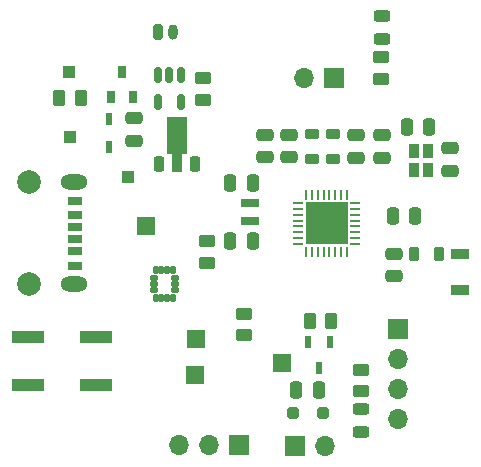
<source format=gbr>
%TF.GenerationSoftware,KiCad,Pcbnew,8.0.3*%
%TF.CreationDate,2025-03-18T19:22:59-05:00*%
%TF.ProjectId,wearable_v2_nrf,77656172-6162-46c6-955f-76325f6e7266,rev?*%
%TF.SameCoordinates,Original*%
%TF.FileFunction,Soldermask,Top*%
%TF.FilePolarity,Negative*%
%FSLAX46Y46*%
G04 Gerber Fmt 4.6, Leading zero omitted, Abs format (unit mm)*
G04 Created by KiCad (PCBNEW 8.0.3) date 2025-03-18 19:22:59*
%MOMM*%
%LPD*%
G01*
G04 APERTURE LIST*
G04 Aperture macros list*
%AMRoundRect*
0 Rectangle with rounded corners*
0 $1 Rounding radius*
0 $2 $3 $4 $5 $6 $7 $8 $9 X,Y pos of 4 corners*
0 Add a 4 corners polygon primitive as box body*
4,1,4,$2,$3,$4,$5,$6,$7,$8,$9,$2,$3,0*
0 Add four circle primitives for the rounded corners*
1,1,$1+$1,$2,$3*
1,1,$1+$1,$4,$5*
1,1,$1+$1,$6,$7*
1,1,$1+$1,$8,$9*
0 Add four rect primitives between the rounded corners*
20,1,$1+$1,$2,$3,$4,$5,0*
20,1,$1+$1,$4,$5,$6,$7,0*
20,1,$1+$1,$6,$7,$8,$9,0*
20,1,$1+$1,$8,$9,$2,$3,0*%
%AMFreePoly0*
4,1,9,3.862500,-0.866500,0.737500,-0.866500,0.737500,-0.450000,-0.737500,-0.450000,-0.737500,0.450000,0.737500,0.450000,0.737500,0.866500,3.862500,0.866500,3.862500,-0.866500,3.862500,-0.866500,$1*%
G04 Aperture macros list end*
%ADD10RoundRect,0.250000X-0.475000X0.250000X-0.475000X-0.250000X0.475000X-0.250000X0.475000X0.250000X0*%
%ADD11R,1.700000X1.700000*%
%ADD12O,1.700000X1.700000*%
%ADD13RoundRect,0.200000X-0.200000X-0.450000X0.200000X-0.450000X0.200000X0.450000X-0.200000X0.450000X0*%
%ADD14O,0.800000X1.300000*%
%ADD15RoundRect,0.250000X0.475000X-0.250000X0.475000X0.250000X-0.475000X0.250000X-0.475000X-0.250000X0*%
%ADD16R,2.750000X1.000000*%
%ADD17RoundRect,0.218750X0.381250X-0.218750X0.381250X0.218750X-0.381250X0.218750X-0.381250X-0.218750X0*%
%ADD18RoundRect,0.250000X-0.262500X-0.450000X0.262500X-0.450000X0.262500X0.450000X-0.262500X0.450000X0*%
%ADD19RoundRect,0.243750X0.456250X-0.243750X0.456250X0.243750X-0.456250X0.243750X-0.456250X-0.243750X0*%
%ADD20RoundRect,0.250000X-0.450000X0.262500X-0.450000X-0.262500X0.450000X-0.262500X0.450000X0.262500X0*%
%ADD21RoundRect,0.243750X-0.456250X0.243750X-0.456250X-0.243750X0.456250X-0.243750X0.456250X0.243750X0*%
%ADD22R,1.500000X1.500000*%
%ADD23R,1.500000X0.800000*%
%ADD24RoundRect,0.218750X-0.381250X0.218750X-0.381250X-0.218750X0.381250X-0.218750X0.381250X0.218750X0*%
%ADD25RoundRect,0.250000X-0.250000X-0.475000X0.250000X-0.475000X0.250000X0.475000X-0.250000X0.475000X0*%
%ADD26RoundRect,0.250000X0.262500X0.450000X-0.262500X0.450000X-0.262500X-0.450000X0.262500X-0.450000X0*%
%ADD27R,0.600000X1.100000*%
%ADD28RoundRect,0.062500X-0.337500X-0.062500X0.337500X-0.062500X0.337500X0.062500X-0.337500X0.062500X0*%
%ADD29RoundRect,0.062500X-0.062500X-0.337500X0.062500X-0.337500X0.062500X0.337500X-0.062500X0.337500X0*%
%ADD30R,3.600000X3.600000*%
%ADD31RoundRect,0.150000X-0.150000X0.512500X-0.150000X-0.512500X0.150000X-0.512500X0.150000X0.512500X0*%
%ADD32R,0.850000X1.200000*%
%ADD33RoundRect,0.250000X0.450000X-0.262500X0.450000X0.262500X-0.450000X0.262500X-0.450000X-0.262500X0*%
%ADD34R,1.200000X0.700000*%
%ADD35R,1.200000X0.760000*%
%ADD36R,1.200000X0.800000*%
%ADD37C,2.010000*%
%ADD38O,2.304000X1.304000*%
%ADD39R,1.000000X1.000000*%
%ADD40RoundRect,0.225000X0.225000X-0.425000X0.225000X0.425000X-0.225000X0.425000X-0.225000X-0.425000X0*%
%ADD41FreePoly0,90.000000*%
%ADD42R,0.500000X1.075000*%
%ADD43RoundRect,0.250000X0.250000X0.475000X-0.250000X0.475000X-0.250000X-0.475000X0.250000X-0.475000X0*%
%ADD44RoundRect,0.102000X-0.125000X0.237500X-0.125000X-0.237500X0.125000X-0.237500X0.125000X0.237500X0*%
%ADD45RoundRect,0.102000X-0.237500X0.125000X-0.237500X-0.125000X0.237500X-0.125000X0.237500X0.125000X0*%
%ADD46R,0.650000X1.100000*%
%ADD47RoundRect,0.218750X-0.218750X-0.381250X0.218750X-0.381250X0.218750X0.381250X-0.218750X0.381250X0*%
%ADD48R,1.600200X0.863600*%
%ADD49RoundRect,0.250000X-0.250000X-0.250000X0.250000X-0.250000X0.250000X0.250000X-0.250000X0.250000X0*%
G04 APERTURE END LIST*
D10*
%TO.C,C13*%
X119981500Y-61194500D03*
X119981500Y-63094500D03*
%TD*%
D11*
%TO.C,R5*%
X110200000Y-55275000D03*
D12*
X107660000Y-55275000D03*
%TD*%
D13*
%TO.C,BT1*%
X95250000Y-51350000D03*
D14*
X96500000Y-51350000D03*
%TD*%
D15*
%TO.C,C8*%
X112050000Y-62000000D03*
X112050000Y-60100000D03*
%TD*%
D16*
%TO.C,SW1*%
X84225000Y-77225000D03*
X89975000Y-77225000D03*
X84225000Y-81225000D03*
X89975000Y-81225000D03*
%TD*%
D17*
%TO.C,L2*%
X108300000Y-62112500D03*
X108300000Y-59987500D03*
%TD*%
D18*
%TO.C,R8*%
X108087500Y-75825000D03*
X109912500Y-75825000D03*
%TD*%
D15*
%TO.C,C9*%
X106350000Y-61950000D03*
X106350000Y-60050000D03*
%TD*%
%TO.C,C4*%
X104300000Y-61950000D03*
X104300000Y-60050000D03*
%TD*%
D19*
%TO.C,D2*%
X112450000Y-85187500D03*
X112450000Y-83312500D03*
%TD*%
D20*
%TO.C,R6*%
X112475000Y-79950000D03*
X112475000Y-81775000D03*
%TD*%
D21*
%TO.C,D3*%
X114200000Y-50050000D03*
X114200000Y-51925000D03*
%TD*%
D22*
%TO.C,TP5*%
X98400000Y-80375000D03*
%TD*%
D20*
%TO.C,R1*%
X99375000Y-69075000D03*
X99375000Y-70900000D03*
%TD*%
D10*
%TO.C,C1*%
X93250000Y-58650000D03*
X93250000Y-60550000D03*
%TD*%
D23*
%TO.C,Y2*%
X103025000Y-65850000D03*
X103025000Y-67350000D03*
%TD*%
D11*
%TO.C,M1*%
X106825000Y-86400000D03*
D12*
X109365000Y-86400000D03*
%TD*%
D11*
%TO.C,J1*%
X115550000Y-76545000D03*
D12*
X115550000Y-79085000D03*
X115550000Y-81625000D03*
X115550000Y-84165000D03*
%TD*%
D22*
%TO.C,TP6*%
X94275000Y-67825000D03*
%TD*%
D24*
%TO.C,L3*%
X110100000Y-59987500D03*
X110100000Y-62112500D03*
%TD*%
D25*
%TO.C,C6*%
X101375000Y-69025000D03*
X103275000Y-69025000D03*
%TD*%
%TO.C,C7*%
X115150000Y-66975000D03*
X117050000Y-66975000D03*
%TD*%
D26*
%TO.C,R13*%
X88700000Y-56975000D03*
X86875000Y-56975000D03*
%TD*%
D27*
%TO.C,Q2*%
X109825000Y-77600000D03*
X107925000Y-77600000D03*
X108875000Y-79800000D03*
%TD*%
D28*
%TO.C,U1*%
X107075000Y-65825000D03*
X107075000Y-66325000D03*
X107075000Y-66825000D03*
X107075000Y-67325000D03*
X107075000Y-67825000D03*
X107075000Y-68325000D03*
X107075000Y-68825000D03*
X107075000Y-69325000D03*
D29*
X107775000Y-70025000D03*
X108275000Y-70025000D03*
X108775000Y-70025000D03*
X109275000Y-70025000D03*
X109775000Y-70025000D03*
X110275000Y-70025000D03*
X110775000Y-70025000D03*
X111275000Y-70025000D03*
D28*
X111975000Y-69325000D03*
X111975000Y-68825000D03*
X111975000Y-68325000D03*
X111975000Y-67825000D03*
X111975000Y-67325000D03*
X111975000Y-66825000D03*
X111975000Y-66325000D03*
X111975000Y-65825000D03*
D29*
X111275000Y-65125000D03*
X110775000Y-65125000D03*
X110275000Y-65125000D03*
X109775000Y-65125000D03*
X109275000Y-65125000D03*
X108775000Y-65125000D03*
X108275000Y-65125000D03*
X107775000Y-65125000D03*
D30*
X109525000Y-67575000D03*
%TD*%
D15*
%TO.C,C10*%
X114225000Y-62025000D03*
X114225000Y-60125000D03*
%TD*%
D31*
%TO.C,IC1*%
X97162500Y-55012500D03*
X96212500Y-55012500D03*
X95262500Y-55012500D03*
X95262500Y-57287500D03*
X97162500Y-57287500D03*
%TD*%
D32*
%TO.C,Y1*%
X116893500Y-61431500D03*
X116893500Y-63057500D03*
X118093500Y-63057500D03*
X118093500Y-61431500D03*
%TD*%
D33*
%TO.C,R7*%
X114150000Y-55300000D03*
X114150000Y-53475000D03*
%TD*%
D34*
%TO.C,J2*%
X88227500Y-67900000D03*
D35*
X88227500Y-69920000D03*
D36*
X88227500Y-71150000D03*
D34*
X88227500Y-68900000D03*
D35*
X88227500Y-66880000D03*
D36*
X88227500Y-65650000D03*
D37*
X84347500Y-64080000D03*
X84347500Y-72720000D03*
D38*
X88118500Y-64082000D03*
X88118500Y-72718000D03*
%TD*%
D39*
%TO.C,TP2*%
X87750000Y-54775000D03*
%TD*%
D22*
%TO.C,TP4*%
X98450000Y-77375000D03*
%TD*%
D40*
%TO.C,U4*%
X95350000Y-62525000D03*
D41*
X96850000Y-62437500D03*
D40*
X98350000Y-62525000D03*
%TD*%
D42*
%TO.C,D1*%
X91075000Y-61062000D03*
X91075000Y-58738000D03*
%TD*%
D43*
%TO.C,C12*%
X118206500Y-59419500D03*
X116306500Y-59419500D03*
%TD*%
D44*
%TO.C,U3*%
X96550000Y-71550000D03*
X96050000Y-71550000D03*
X95550000Y-71550000D03*
X95050000Y-71550000D03*
D45*
X94887500Y-72212500D03*
X94887500Y-72712500D03*
X94887500Y-73212500D03*
D44*
X95050000Y-73875000D03*
X95550000Y-73875000D03*
X96050000Y-73875000D03*
X96550000Y-73875000D03*
D45*
X96712500Y-73212500D03*
X96712500Y-72712500D03*
X96712500Y-72212500D03*
%TD*%
D11*
%TO.C,J3*%
X102100000Y-86350000D03*
D12*
X99560000Y-86350000D03*
X97020000Y-86350000D03*
%TD*%
D46*
%TO.C,Q1*%
X91240000Y-56825000D03*
X93160000Y-56825000D03*
X92200000Y-54725000D03*
%TD*%
D39*
%TO.C,TP1*%
X87800000Y-60250000D03*
%TD*%
D33*
%TO.C,R10*%
X102525000Y-77050000D03*
X102525000Y-75225000D03*
%TD*%
D47*
%TO.C,L1*%
X116937500Y-70200000D03*
X119062500Y-70200000D03*
%TD*%
D33*
%TO.C,R9*%
X99025000Y-57112500D03*
X99025000Y-55287500D03*
%TD*%
D48*
%TO.C,U5*%
X120825000Y-70175000D03*
X120825000Y-73222602D03*
%TD*%
D49*
%TO.C,D4*%
X106700000Y-83625000D03*
X109200000Y-83625000D03*
%TD*%
D10*
%TO.C,C3*%
X115262500Y-70125000D03*
X115262500Y-72025000D03*
%TD*%
D25*
%TO.C,C11*%
X106975000Y-81675000D03*
X108875000Y-81675000D03*
%TD*%
%TO.C,C5*%
X101375000Y-64150000D03*
X103275000Y-64150000D03*
%TD*%
D22*
%TO.C,TP7*%
X105750000Y-79375000D03*
%TD*%
D39*
%TO.C,TP3*%
X92725000Y-63675000D03*
%TD*%
M02*

</source>
